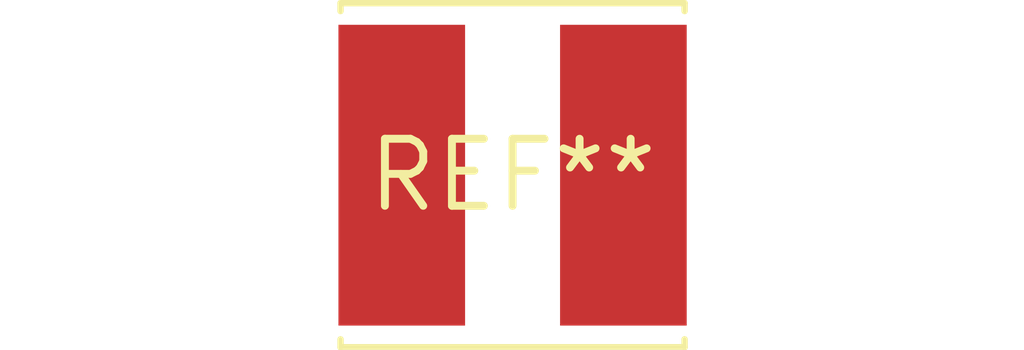
<source format=kicad_pcb>
(kicad_pcb (version 20240108) (generator pcbnew)
  (layers (0 "F.Cu" signal) (31 "B.Cu" signal) (34 "B.Paste" user) (35 "F.Paste" user) (36 "B.SilkS" user "B.Silkscreen") (37 "F.SilkS" user "F.Silkscreen") (38 "B.Mask" user) (39 "F.Mask" user) (44 "Edge.Cuts" user))
  (net 0 "")
  (footprint "L_Cenker_CKCS6028" (layer "F.Cu") (at 0 0)
    (property "Reference" "REF**")
    (property "Value" "L_Cenker_CKCS6028")
    (fp_line (start -3.26 -3.26) (end -3.26 -3.11) (layer "F.SilkS") (stroke (width 0.12)))
    (fp_line (start -3.26 -3.26) (end 3.26 -3.26) (layer "F.SilkS") (stroke (width 0.12)))
    (fp_line (start -3.26 3.26) (end -3.26 3.11) (layer "F.SilkS") (stroke (width 0.12)))
    (fp_line (start -3.26 3.26) (end 3.26 3.26) (layer "F.SilkS") (stroke (width 0.12)))
    (fp_line (start 3.26 -3.26) (end 3.26 -3.11) (layer "F.SilkS") (stroke (width 0.12)))
    (fp_line (start 3.26 3.26) (end 3.26 3.11) (layer "F.SilkS") (stroke (width 0.12)))
    (pad "1" smd rect (at -2.1 0) (size 2.4 5.7) (layers "F.Cu" "F.Paste" "F.Mask"))
    (pad "2" smd rect (at 2.1 0) (size 2.4 5.7) (layers "F.Cu" "F.Paste" "F.Mask"))
  )
)
</source>
